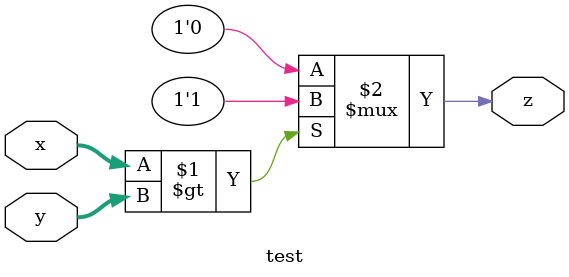
<source format=v>
module test (
    input  wire [31:0] x,
    input  wire [31:0] y,
    output wire        z
);

  assign  z = (x > y) ? 1'b1 :1'b0;

endmodule


</source>
